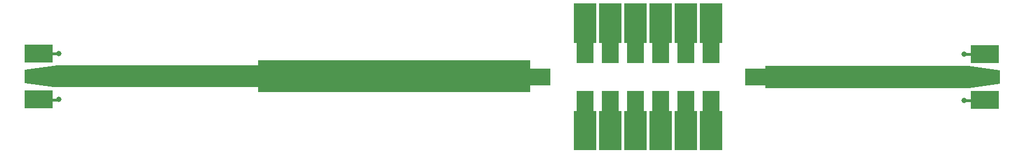
<source format=gbr>
%TF.GenerationSoftware,KiCad,Pcbnew,8.0.6*%
%TF.CreationDate,2025-04-09T11:05:23-07:00*%
%TF.ProjectId,SF_PCB_Rev1-2,53465f50-4342-45f5-9265-76312d322e6b,rev?*%
%TF.SameCoordinates,Original*%
%TF.FileFunction,Copper,L1,Top*%
%TF.FilePolarity,Positive*%
%FSLAX46Y46*%
G04 Gerber Fmt 4.6, Leading zero omitted, Abs format (unit mm)*
G04 Created by KiCad (PCBNEW 8.0.6) date 2025-04-09 11:05:23*
%MOMM*%
%LPD*%
G01*
G04 APERTURE LIST*
%TA.AperFunction,Conductor*%
%ADD10C,0.000000*%
%TD*%
%TA.AperFunction,SMDPad,CuDef*%
%ADD11R,4.191000X1.778000*%
%TD*%
%TA.AperFunction,SMDPad,CuDef*%
%ADD12R,4.191000X2.667000*%
%TD*%
%TA.AperFunction,SMDPad,CuDef*%
%ADD13R,3.048000X2.540000*%
%TD*%
%TA.AperFunction,SMDPad,CuDef*%
%ADD14R,2.540000X3.048000*%
%TD*%
%TA.AperFunction,ViaPad*%
%ADD15C,1.400000*%
%TD*%
%TA.AperFunction,ViaPad*%
%ADD16C,0.800000*%
%TD*%
%TA.AperFunction,Conductor*%
%ADD17C,0.400000*%
%TD*%
G04 APERTURE END LIST*
%TA.AperFunction,Conductor*%
%TO.N,/SMDFilter/GND*%
G36*
X151995000Y-66529500D02*
G01*
X155315000Y-66529500D01*
X155315000Y-72529500D01*
X151995000Y-72529500D01*
X151995000Y-66529500D01*
G37*
%TD.AperFunction*%
%TA.AperFunction,Conductor*%
G36*
X148186000Y-82809500D02*
G01*
X151506000Y-82809500D01*
X151506000Y-88809500D01*
X148186000Y-88809500D01*
X148186000Y-82809500D01*
G37*
%TD.AperFunction*%
%TA.AperFunction,Conductor*%
G36*
X163425000Y-66529500D02*
G01*
X166745000Y-66529500D01*
X166745000Y-72529500D01*
X163425000Y-72529500D01*
X163425000Y-66529500D01*
G37*
%TD.AperFunction*%
%TA.AperFunction,Conductor*%
G36*
X148185000Y-66529500D02*
G01*
X151505000Y-66529500D01*
X151505000Y-72529500D01*
X148185000Y-72529500D01*
X148185000Y-66529500D01*
G37*
%TD.AperFunction*%
D10*
%TA.AperFunction,Conductor*%
%TO.N,/SMDFilter/SIGNAL_IN*%
G36*
X137781880Y-80000000D02*
G01*
X96633880Y-80000000D01*
X96633880Y-79227840D01*
X76245300Y-79227840D01*
X65681440Y-79227840D01*
X61251680Y-78608080D01*
X61251680Y-76606560D01*
X66252940Y-75908060D01*
X76250380Y-75908060D01*
X76250380Y-75910600D01*
X96633880Y-75910600D01*
X96633880Y-75138440D01*
X137781880Y-75138440D01*
X137781880Y-80000000D01*
G37*
%TD.AperFunction*%
%TA.AperFunction,Conductor*%
%TO.N,/SMDFilter/GND*%
G36*
X159616000Y-82809500D02*
G01*
X162936000Y-82809500D01*
X162936000Y-88809500D01*
X159616000Y-88809500D01*
X159616000Y-82809500D01*
G37*
%TD.AperFunction*%
%TA.AperFunction,Conductor*%
G36*
X155806000Y-82809500D02*
G01*
X159126000Y-82809500D01*
X159126000Y-88809500D01*
X155806000Y-88809500D01*
X155806000Y-82809500D01*
G37*
%TD.AperFunction*%
%TA.AperFunction,Conductor*%
G36*
X144376000Y-82809500D02*
G01*
X147696000Y-82809500D01*
X147696000Y-88809500D01*
X144376000Y-88809500D01*
X144376000Y-82809500D01*
G37*
%TD.AperFunction*%
%TA.AperFunction,Conductor*%
G36*
X144375000Y-66529500D02*
G01*
X147695000Y-66529500D01*
X147695000Y-72529500D01*
X144375000Y-72529500D01*
X144375000Y-66529500D01*
G37*
%TD.AperFunction*%
%TA.AperFunction,Conductor*%
G36*
X163426000Y-82809500D02*
G01*
X166746000Y-82809500D01*
X166746000Y-88809500D01*
X163426000Y-88809500D01*
X163426000Y-82809500D01*
G37*
%TD.AperFunction*%
%TA.AperFunction,Conductor*%
%TO.N,/SMDFilter/SIGNAL_OUT*%
G36*
X208757040Y-76677960D02*
G01*
X208757040Y-78679480D01*
X204042800Y-79339880D01*
X203354460Y-79339880D01*
X203354460Y-79337340D01*
X173336740Y-79337340D01*
X173336740Y-76020100D01*
X203354460Y-76020100D01*
X203354460Y-76017560D01*
X204032640Y-76017560D01*
X208757040Y-76677960D01*
G37*
%TD.AperFunction*%
%TA.AperFunction,Conductor*%
%TO.N,/SMDFilter/GND*%
G36*
X155805000Y-66529500D02*
G01*
X159125000Y-66529500D01*
X159125000Y-72529500D01*
X155805000Y-72529500D01*
X155805000Y-66529500D01*
G37*
%TD.AperFunction*%
%TA.AperFunction,Conductor*%
G36*
X151996000Y-82809500D02*
G01*
X155316000Y-82809500D01*
X155316000Y-88809500D01*
X151996000Y-88809500D01*
X151996000Y-82809500D01*
G37*
%TD.AperFunction*%
%TA.AperFunction,Conductor*%
G36*
X159615000Y-66529500D02*
G01*
X162935000Y-66529500D01*
X162935000Y-72529500D01*
X159615000Y-72529500D01*
X159615000Y-66529500D01*
G37*
%TD.AperFunction*%
%TD*%
D11*
%TO.P,J15,1,In*%
%TO.N,/SMDFilter/SIGNAL_OUT*%
X206495000Y-77675360D03*
D12*
%TO.P,J15,3*%
%TO.N,/SMDFilter/GND*%
X206495000Y-81167860D03*
%TO.P,J15,5*%
X206495000Y-74182860D03*
%TD*%
D11*
%TO.P,J11,1,In*%
%TO.N,/SMDFilter/SIGNAL_IN*%
X63445000Y-77605360D03*
D12*
%TO.P,J11,3*%
%TO.N,/SMDFilter/GND*%
X63445000Y-74112860D03*
%TO.P,J11,5*%
X63445000Y-81097860D03*
%TD*%
D13*
%TO.P,U15,1,IN*%
%TO.N,/SMDFilter/SIGNAL_IN*%
X139305000Y-77670000D03*
D14*
%TO.P,U15,2,GND*%
%TO.N,/SMDFilter/GND*%
X146036000Y-81289500D03*
%TO.P,U15,3,GND*%
X149846000Y-81289500D03*
%TO.P,U15,4,GND*%
X153656000Y-81289500D03*
%TO.P,U15,5,GND*%
X157466000Y-81289500D03*
%TO.P,U15,6,GND*%
X161276000Y-81289500D03*
%TO.P,U15,7,GND*%
X165086000Y-81289500D03*
D13*
%TO.P,U15,8,OUT*%
%TO.N,/SMDFilter/SIGNAL_OUT*%
X171817000Y-77670000D03*
D14*
%TO.P,U15,9,GND*%
%TO.N,/SMDFilter/GND*%
X165086000Y-74050500D03*
%TO.P,U15,10,GND*%
X161276000Y-74050500D03*
%TO.P,U15,11,GND*%
X157466000Y-74050500D03*
%TO.P,U15,12,GND*%
X153656000Y-74050500D03*
%TO.P,U15,13,GND*%
X149846000Y-74050500D03*
%TO.P,U15,14,GND*%
X146036000Y-74050500D03*
%TD*%
D15*
%TO.N,/SMDFilter/GND*%
X146035000Y-68029500D03*
X165085000Y-68029500D03*
D16*
X66452500Y-74097860D03*
D15*
X165086000Y-87309500D03*
D16*
X203337500Y-81205360D03*
D15*
X149846000Y-87309500D03*
D16*
X203345000Y-74205360D03*
D15*
X149845000Y-68029500D03*
D16*
X66445000Y-81105360D03*
D15*
X161275000Y-68029500D03*
X153655000Y-68029500D03*
X153656000Y-87309500D03*
X157465000Y-68029500D03*
X161276000Y-87309500D03*
X157466000Y-87309500D03*
X146036000Y-87309500D03*
%TD*%
D17*
%TO.N,/SMDFilter/GND*%
X63552500Y-74105360D02*
X66445000Y-74105360D01*
X206237500Y-81197860D02*
X203345000Y-81197860D01*
X63545000Y-81112860D02*
X66437500Y-81112860D01*
X206245000Y-74197860D02*
X203352500Y-74197860D01*
%TD*%
M02*

</source>
